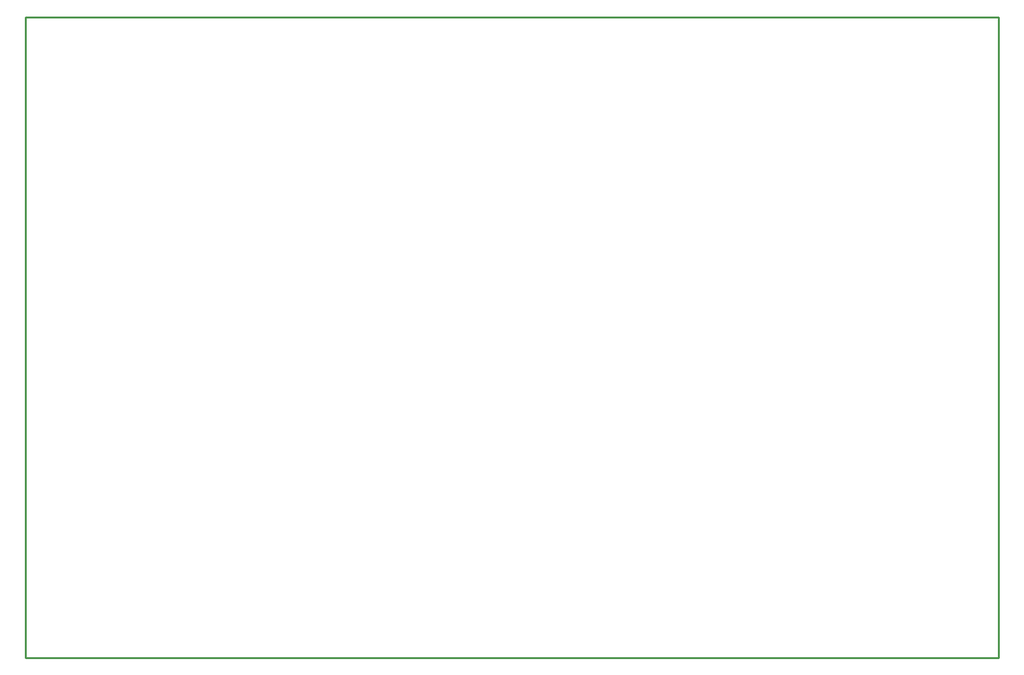
<source format=gko>
G04 Layer: BoardOutlineLayer*
G04 EasyEDA v6.5.22, 2022-12-05 14:56:37*
G04 05bf86c157214e56ba330cf237c0dbe7,b19d526b7a914c21af0811b40d406c84,10*
G04 Gerber Generator version 0.2*
G04 Scale: 100 percent, Rotated: No, Reflected: No *
G04 Dimensions in millimeters *
G04 leading zeros omitted , absolute positions ,4 integer and 5 decimal *
%FSLAX45Y45*%
%MOMM*%

%ADD10C,0.2540*%
D10*
X2794000Y8521700D02*
G01*
X15736824Y8518905D01*
X15736824Y0D01*
X2794000Y0D01*
X2794000Y0D02*
G01*
X2794000Y8518903D01*

%LPD*%
M02*

</source>
